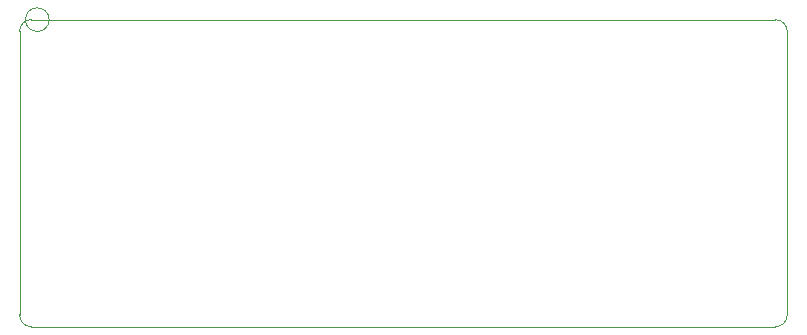
<source format=gm1>
G04 #@! TF.GenerationSoftware,KiCad,Pcbnew,5.1.4-e60b266~84~ubuntu18.04.1*
G04 #@! TF.CreationDate,2019-09-11T16:52:19+05:30*
G04 #@! TF.ProjectId,SenseCam_STCS2A_rev1,53656e73-6543-4616-9d5f-535443533241,rev?*
G04 #@! TF.SameCoordinates,Original*
G04 #@! TF.FileFunction,Profile,NP*
%FSLAX46Y46*%
G04 Gerber Fmt 4.6, Leading zero omitted, Abs format (unit mm)*
G04 Created by KiCad (PCBNEW 5.1.4-e60b266~84~ubuntu18.04.1) date 2019-09-11 16:52:19*
%MOMM*%
%LPD*%
G04 APERTURE LIST*
%ADD10C,0.050000*%
G04 APERTURE END LIST*
D10*
X101000000Y-126000000D02*
X164000000Y-126000000D01*
X100000000Y-101000000D02*
X100000000Y-125000000D01*
X164000000Y-100000000D02*
X101000000Y-100000000D01*
X165000000Y-125000000D02*
X165000000Y-101000000D01*
X164000000Y-100000000D02*
G75*
G02X165000000Y-101000000I0J-1000000D01*
G01*
X165000000Y-125000000D02*
G75*
G02X164000000Y-126000000I-1000000J0D01*
G01*
X101000000Y-126000000D02*
G75*
G02X100000000Y-125000000I0J1000000D01*
G01*
X100000000Y-101000000D02*
G75*
G02X101000000Y-100000000I1000000J0D01*
G01*
X100500000Y-100000000D02*
G75*
G02X100500000Y-100000000I1000000J0D01*
G01*
M02*

</source>
